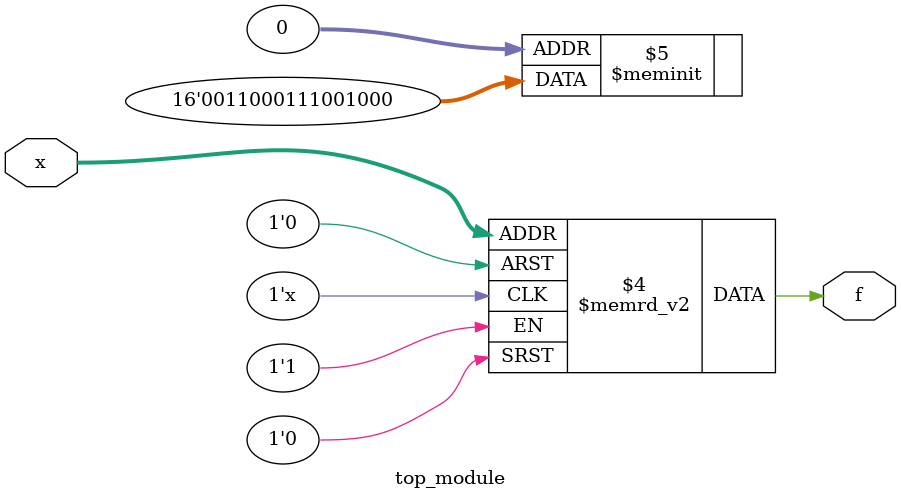
<source format=sv>
module top_module (
    input [4:1] x,
    output logic f
);

always_comb begin
    case ({x[4], x[3], x[2], x[1]})
        4'b0000: f = 1'b0;  // d
        4'b0001: f = 1'b0;  // 0
        4'b0011: f = 1'b1;  // d
        4'b0010: f = 1'b0;  // d
        4'b0100: f = 1'b0;  // 0
        4'b0101: f = 1'b0;  // d
        4'b0111: f = 1'b1;  // 1
        4'b0110: f = 1'b1;  // 1
        4'b1000: f = 1'b1;  // 1
        4'b1001: f = 1'b0;  // 0
        4'b1011: f = 1'b0;  // d
        4'b1010: f = 1'b0;  // d
        4'b1100: f = 1'b1;  // 1
        4'b1101: f = 1'b1;  // 1
        4'b1111: f = 1'b0;  // d
        4'b1110: f = 1'b0;  // d
        default: f = 1'b0;
    endcase
end

endmodule

</source>
